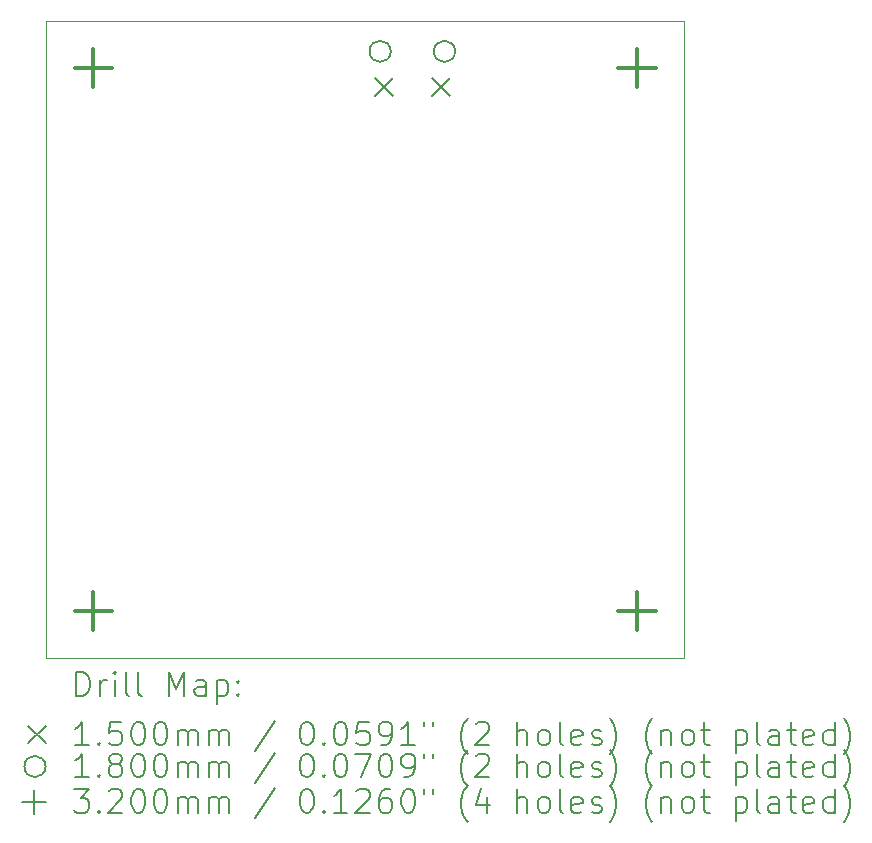
<source format=gbr>
%TF.GenerationSoftware,KiCad,Pcbnew,7.0.8*%
%TF.CreationDate,2023-10-07T15:53:17+09:00*%
%TF.ProjectId,KiCad,4b694361-642e-46b6-9963-61645f706362,rev?*%
%TF.SameCoordinates,PX41cdb40PY67f3540*%
%TF.FileFunction,Drillmap*%
%TF.FilePolarity,Positive*%
%FSLAX45Y45*%
G04 Gerber Fmt 4.5, Leading zero omitted, Abs format (unit mm)*
G04 Created by KiCad (PCBNEW 7.0.8) date 2023-10-07 15:53:17*
%MOMM*%
%LPD*%
G01*
G04 APERTURE LIST*
%ADD10C,0.100000*%
%ADD11C,0.200000*%
%ADD12C,0.150000*%
%ADD13C,0.180000*%
%ADD14C,0.320000*%
G04 APERTURE END LIST*
D10*
X5400000Y5400000D02*
X0Y5400000D01*
X0Y0D02*
X5400000Y0D01*
X0Y5400000D02*
X0Y0D01*
X5400000Y0D02*
X5400000Y5400000D01*
D11*
D12*
X2782500Y4912000D02*
X2932500Y4762000D01*
X2932500Y4912000D02*
X2782500Y4762000D01*
X3267500Y4912000D02*
X3417500Y4762000D01*
X3417500Y4912000D02*
X3267500Y4762000D01*
D13*
X2917500Y5140000D02*
G75*
G03*
X2917500Y5140000I-90000J0D01*
G01*
X3462500Y5140000D02*
G75*
G03*
X3462500Y5140000I-90000J0D01*
G01*
D14*
X400000Y5160000D02*
X400000Y4840000D01*
X240000Y5000000D02*
X560000Y5000000D01*
X400000Y560000D02*
X400000Y240000D01*
X240000Y400000D02*
X560000Y400000D01*
X5000000Y5160000D02*
X5000000Y4840000D01*
X4840000Y5000000D02*
X5160000Y5000000D01*
X5000000Y560000D02*
X5000000Y240000D01*
X4840000Y400000D02*
X5160000Y400000D01*
D11*
X255777Y-316484D02*
X255777Y-116484D01*
X255777Y-116484D02*
X303396Y-116484D01*
X303396Y-116484D02*
X331967Y-126008D01*
X331967Y-126008D02*
X351015Y-145055D01*
X351015Y-145055D02*
X360539Y-164103D01*
X360539Y-164103D02*
X370062Y-202198D01*
X370062Y-202198D02*
X370062Y-230769D01*
X370062Y-230769D02*
X360539Y-268865D01*
X360539Y-268865D02*
X351015Y-287912D01*
X351015Y-287912D02*
X331967Y-306960D01*
X331967Y-306960D02*
X303396Y-316484D01*
X303396Y-316484D02*
X255777Y-316484D01*
X455777Y-316484D02*
X455777Y-183150D01*
X455777Y-221246D02*
X465301Y-202198D01*
X465301Y-202198D02*
X474824Y-192674D01*
X474824Y-192674D02*
X493872Y-183150D01*
X493872Y-183150D02*
X512920Y-183150D01*
X579586Y-316484D02*
X579586Y-183150D01*
X579586Y-116484D02*
X570063Y-126008D01*
X570063Y-126008D02*
X579586Y-135531D01*
X579586Y-135531D02*
X589110Y-126008D01*
X589110Y-126008D02*
X579586Y-116484D01*
X579586Y-116484D02*
X579586Y-135531D01*
X703396Y-316484D02*
X684348Y-306960D01*
X684348Y-306960D02*
X674824Y-287912D01*
X674824Y-287912D02*
X674824Y-116484D01*
X808158Y-316484D02*
X789110Y-306960D01*
X789110Y-306960D02*
X779586Y-287912D01*
X779586Y-287912D02*
X779586Y-116484D01*
X1036729Y-316484D02*
X1036729Y-116484D01*
X1036729Y-116484D02*
X1103396Y-259341D01*
X1103396Y-259341D02*
X1170063Y-116484D01*
X1170063Y-116484D02*
X1170063Y-316484D01*
X1351015Y-316484D02*
X1351015Y-211722D01*
X1351015Y-211722D02*
X1341491Y-192674D01*
X1341491Y-192674D02*
X1322444Y-183150D01*
X1322444Y-183150D02*
X1284348Y-183150D01*
X1284348Y-183150D02*
X1265301Y-192674D01*
X1351015Y-306960D02*
X1331967Y-316484D01*
X1331967Y-316484D02*
X1284348Y-316484D01*
X1284348Y-316484D02*
X1265301Y-306960D01*
X1265301Y-306960D02*
X1255777Y-287912D01*
X1255777Y-287912D02*
X1255777Y-268865D01*
X1255777Y-268865D02*
X1265301Y-249817D01*
X1265301Y-249817D02*
X1284348Y-240293D01*
X1284348Y-240293D02*
X1331967Y-240293D01*
X1331967Y-240293D02*
X1351015Y-230769D01*
X1446253Y-183150D02*
X1446253Y-383150D01*
X1446253Y-192674D02*
X1465301Y-183150D01*
X1465301Y-183150D02*
X1503396Y-183150D01*
X1503396Y-183150D02*
X1522443Y-192674D01*
X1522443Y-192674D02*
X1531967Y-202198D01*
X1531967Y-202198D02*
X1541491Y-221246D01*
X1541491Y-221246D02*
X1541491Y-278389D01*
X1541491Y-278389D02*
X1531967Y-297436D01*
X1531967Y-297436D02*
X1522443Y-306960D01*
X1522443Y-306960D02*
X1503396Y-316484D01*
X1503396Y-316484D02*
X1465301Y-316484D01*
X1465301Y-316484D02*
X1446253Y-306960D01*
X1627205Y-297436D02*
X1636729Y-306960D01*
X1636729Y-306960D02*
X1627205Y-316484D01*
X1627205Y-316484D02*
X1617682Y-306960D01*
X1617682Y-306960D02*
X1627205Y-297436D01*
X1627205Y-297436D02*
X1627205Y-316484D01*
X1627205Y-192674D02*
X1636729Y-202198D01*
X1636729Y-202198D02*
X1627205Y-211722D01*
X1627205Y-211722D02*
X1617682Y-202198D01*
X1617682Y-202198D02*
X1627205Y-192674D01*
X1627205Y-192674D02*
X1627205Y-211722D01*
D12*
X-155000Y-570000D02*
X-5000Y-720000D01*
X-5000Y-570000D02*
X-155000Y-720000D01*
D11*
X360539Y-736484D02*
X246253Y-736484D01*
X303396Y-736484D02*
X303396Y-536484D01*
X303396Y-536484D02*
X284348Y-565055D01*
X284348Y-565055D02*
X265301Y-584103D01*
X265301Y-584103D02*
X246253Y-593627D01*
X446253Y-717436D02*
X455777Y-726960D01*
X455777Y-726960D02*
X446253Y-736484D01*
X446253Y-736484D02*
X436729Y-726960D01*
X436729Y-726960D02*
X446253Y-717436D01*
X446253Y-717436D02*
X446253Y-736484D01*
X636729Y-536484D02*
X541491Y-536484D01*
X541491Y-536484D02*
X531967Y-631722D01*
X531967Y-631722D02*
X541491Y-622198D01*
X541491Y-622198D02*
X560539Y-612674D01*
X560539Y-612674D02*
X608158Y-612674D01*
X608158Y-612674D02*
X627205Y-622198D01*
X627205Y-622198D02*
X636729Y-631722D01*
X636729Y-631722D02*
X646253Y-650770D01*
X646253Y-650770D02*
X646253Y-698389D01*
X646253Y-698389D02*
X636729Y-717436D01*
X636729Y-717436D02*
X627205Y-726960D01*
X627205Y-726960D02*
X608158Y-736484D01*
X608158Y-736484D02*
X560539Y-736484D01*
X560539Y-736484D02*
X541491Y-726960D01*
X541491Y-726960D02*
X531967Y-717436D01*
X770062Y-536484D02*
X789110Y-536484D01*
X789110Y-536484D02*
X808158Y-546008D01*
X808158Y-546008D02*
X817682Y-555531D01*
X817682Y-555531D02*
X827205Y-574579D01*
X827205Y-574579D02*
X836729Y-612674D01*
X836729Y-612674D02*
X836729Y-660293D01*
X836729Y-660293D02*
X827205Y-698389D01*
X827205Y-698389D02*
X817682Y-717436D01*
X817682Y-717436D02*
X808158Y-726960D01*
X808158Y-726960D02*
X789110Y-736484D01*
X789110Y-736484D02*
X770062Y-736484D01*
X770062Y-736484D02*
X751015Y-726960D01*
X751015Y-726960D02*
X741491Y-717436D01*
X741491Y-717436D02*
X731967Y-698389D01*
X731967Y-698389D02*
X722443Y-660293D01*
X722443Y-660293D02*
X722443Y-612674D01*
X722443Y-612674D02*
X731967Y-574579D01*
X731967Y-574579D02*
X741491Y-555531D01*
X741491Y-555531D02*
X751015Y-546008D01*
X751015Y-546008D02*
X770062Y-536484D01*
X960539Y-536484D02*
X979586Y-536484D01*
X979586Y-536484D02*
X998634Y-546008D01*
X998634Y-546008D02*
X1008158Y-555531D01*
X1008158Y-555531D02*
X1017682Y-574579D01*
X1017682Y-574579D02*
X1027205Y-612674D01*
X1027205Y-612674D02*
X1027205Y-660293D01*
X1027205Y-660293D02*
X1017682Y-698389D01*
X1017682Y-698389D02*
X1008158Y-717436D01*
X1008158Y-717436D02*
X998634Y-726960D01*
X998634Y-726960D02*
X979586Y-736484D01*
X979586Y-736484D02*
X960539Y-736484D01*
X960539Y-736484D02*
X941491Y-726960D01*
X941491Y-726960D02*
X931967Y-717436D01*
X931967Y-717436D02*
X922443Y-698389D01*
X922443Y-698389D02*
X912920Y-660293D01*
X912920Y-660293D02*
X912920Y-612674D01*
X912920Y-612674D02*
X922443Y-574579D01*
X922443Y-574579D02*
X931967Y-555531D01*
X931967Y-555531D02*
X941491Y-546008D01*
X941491Y-546008D02*
X960539Y-536484D01*
X1112920Y-736484D02*
X1112920Y-603150D01*
X1112920Y-622198D02*
X1122444Y-612674D01*
X1122444Y-612674D02*
X1141491Y-603150D01*
X1141491Y-603150D02*
X1170063Y-603150D01*
X1170063Y-603150D02*
X1189110Y-612674D01*
X1189110Y-612674D02*
X1198634Y-631722D01*
X1198634Y-631722D02*
X1198634Y-736484D01*
X1198634Y-631722D02*
X1208158Y-612674D01*
X1208158Y-612674D02*
X1227205Y-603150D01*
X1227205Y-603150D02*
X1255777Y-603150D01*
X1255777Y-603150D02*
X1274825Y-612674D01*
X1274825Y-612674D02*
X1284348Y-631722D01*
X1284348Y-631722D02*
X1284348Y-736484D01*
X1379586Y-736484D02*
X1379586Y-603150D01*
X1379586Y-622198D02*
X1389110Y-612674D01*
X1389110Y-612674D02*
X1408158Y-603150D01*
X1408158Y-603150D02*
X1436729Y-603150D01*
X1436729Y-603150D02*
X1455777Y-612674D01*
X1455777Y-612674D02*
X1465301Y-631722D01*
X1465301Y-631722D02*
X1465301Y-736484D01*
X1465301Y-631722D02*
X1474824Y-612674D01*
X1474824Y-612674D02*
X1493872Y-603150D01*
X1493872Y-603150D02*
X1522443Y-603150D01*
X1522443Y-603150D02*
X1541491Y-612674D01*
X1541491Y-612674D02*
X1551015Y-631722D01*
X1551015Y-631722D02*
X1551015Y-736484D01*
X1941491Y-526960D02*
X1770063Y-784103D01*
X2198634Y-536484D02*
X2217682Y-536484D01*
X2217682Y-536484D02*
X2236729Y-546008D01*
X2236729Y-546008D02*
X2246253Y-555531D01*
X2246253Y-555531D02*
X2255777Y-574579D01*
X2255777Y-574579D02*
X2265301Y-612674D01*
X2265301Y-612674D02*
X2265301Y-660293D01*
X2265301Y-660293D02*
X2255777Y-698389D01*
X2255777Y-698389D02*
X2246253Y-717436D01*
X2246253Y-717436D02*
X2236729Y-726960D01*
X2236729Y-726960D02*
X2217682Y-736484D01*
X2217682Y-736484D02*
X2198634Y-736484D01*
X2198634Y-736484D02*
X2179587Y-726960D01*
X2179587Y-726960D02*
X2170063Y-717436D01*
X2170063Y-717436D02*
X2160539Y-698389D01*
X2160539Y-698389D02*
X2151015Y-660293D01*
X2151015Y-660293D02*
X2151015Y-612674D01*
X2151015Y-612674D02*
X2160539Y-574579D01*
X2160539Y-574579D02*
X2170063Y-555531D01*
X2170063Y-555531D02*
X2179587Y-546008D01*
X2179587Y-546008D02*
X2198634Y-536484D01*
X2351015Y-717436D02*
X2360539Y-726960D01*
X2360539Y-726960D02*
X2351015Y-736484D01*
X2351015Y-736484D02*
X2341491Y-726960D01*
X2341491Y-726960D02*
X2351015Y-717436D01*
X2351015Y-717436D02*
X2351015Y-736484D01*
X2484348Y-536484D02*
X2503396Y-536484D01*
X2503396Y-536484D02*
X2522444Y-546008D01*
X2522444Y-546008D02*
X2531968Y-555531D01*
X2531968Y-555531D02*
X2541491Y-574579D01*
X2541491Y-574579D02*
X2551015Y-612674D01*
X2551015Y-612674D02*
X2551015Y-660293D01*
X2551015Y-660293D02*
X2541491Y-698389D01*
X2541491Y-698389D02*
X2531968Y-717436D01*
X2531968Y-717436D02*
X2522444Y-726960D01*
X2522444Y-726960D02*
X2503396Y-736484D01*
X2503396Y-736484D02*
X2484348Y-736484D01*
X2484348Y-736484D02*
X2465301Y-726960D01*
X2465301Y-726960D02*
X2455777Y-717436D01*
X2455777Y-717436D02*
X2446253Y-698389D01*
X2446253Y-698389D02*
X2436729Y-660293D01*
X2436729Y-660293D02*
X2436729Y-612674D01*
X2436729Y-612674D02*
X2446253Y-574579D01*
X2446253Y-574579D02*
X2455777Y-555531D01*
X2455777Y-555531D02*
X2465301Y-546008D01*
X2465301Y-546008D02*
X2484348Y-536484D01*
X2731968Y-536484D02*
X2636729Y-536484D01*
X2636729Y-536484D02*
X2627206Y-631722D01*
X2627206Y-631722D02*
X2636729Y-622198D01*
X2636729Y-622198D02*
X2655777Y-612674D01*
X2655777Y-612674D02*
X2703396Y-612674D01*
X2703396Y-612674D02*
X2722444Y-622198D01*
X2722444Y-622198D02*
X2731968Y-631722D01*
X2731968Y-631722D02*
X2741491Y-650770D01*
X2741491Y-650770D02*
X2741491Y-698389D01*
X2741491Y-698389D02*
X2731968Y-717436D01*
X2731968Y-717436D02*
X2722444Y-726960D01*
X2722444Y-726960D02*
X2703396Y-736484D01*
X2703396Y-736484D02*
X2655777Y-736484D01*
X2655777Y-736484D02*
X2636729Y-726960D01*
X2636729Y-726960D02*
X2627206Y-717436D01*
X2836729Y-736484D02*
X2874825Y-736484D01*
X2874825Y-736484D02*
X2893872Y-726960D01*
X2893872Y-726960D02*
X2903396Y-717436D01*
X2903396Y-717436D02*
X2922444Y-688865D01*
X2922444Y-688865D02*
X2931967Y-650770D01*
X2931967Y-650770D02*
X2931967Y-574579D01*
X2931967Y-574579D02*
X2922444Y-555531D01*
X2922444Y-555531D02*
X2912920Y-546008D01*
X2912920Y-546008D02*
X2893872Y-536484D01*
X2893872Y-536484D02*
X2855777Y-536484D01*
X2855777Y-536484D02*
X2836729Y-546008D01*
X2836729Y-546008D02*
X2827206Y-555531D01*
X2827206Y-555531D02*
X2817682Y-574579D01*
X2817682Y-574579D02*
X2817682Y-622198D01*
X2817682Y-622198D02*
X2827206Y-641246D01*
X2827206Y-641246D02*
X2836729Y-650770D01*
X2836729Y-650770D02*
X2855777Y-660293D01*
X2855777Y-660293D02*
X2893872Y-660293D01*
X2893872Y-660293D02*
X2912920Y-650770D01*
X2912920Y-650770D02*
X2922444Y-641246D01*
X2922444Y-641246D02*
X2931967Y-622198D01*
X3122444Y-736484D02*
X3008158Y-736484D01*
X3065301Y-736484D02*
X3065301Y-536484D01*
X3065301Y-536484D02*
X3046253Y-565055D01*
X3046253Y-565055D02*
X3027206Y-584103D01*
X3027206Y-584103D02*
X3008158Y-593627D01*
X3198634Y-536484D02*
X3198634Y-574579D01*
X3274825Y-536484D02*
X3274825Y-574579D01*
X3570063Y-812674D02*
X3560539Y-803150D01*
X3560539Y-803150D02*
X3541491Y-774579D01*
X3541491Y-774579D02*
X3531968Y-755531D01*
X3531968Y-755531D02*
X3522444Y-726960D01*
X3522444Y-726960D02*
X3512920Y-679341D01*
X3512920Y-679341D02*
X3512920Y-641246D01*
X3512920Y-641246D02*
X3522444Y-593627D01*
X3522444Y-593627D02*
X3531968Y-565055D01*
X3531968Y-565055D02*
X3541491Y-546008D01*
X3541491Y-546008D02*
X3560539Y-517436D01*
X3560539Y-517436D02*
X3570063Y-507912D01*
X3636729Y-555531D02*
X3646253Y-546008D01*
X3646253Y-546008D02*
X3665301Y-536484D01*
X3665301Y-536484D02*
X3712920Y-536484D01*
X3712920Y-536484D02*
X3731968Y-546008D01*
X3731968Y-546008D02*
X3741491Y-555531D01*
X3741491Y-555531D02*
X3751015Y-574579D01*
X3751015Y-574579D02*
X3751015Y-593627D01*
X3751015Y-593627D02*
X3741491Y-622198D01*
X3741491Y-622198D02*
X3627206Y-736484D01*
X3627206Y-736484D02*
X3751015Y-736484D01*
X3989110Y-736484D02*
X3989110Y-536484D01*
X4074825Y-736484D02*
X4074825Y-631722D01*
X4074825Y-631722D02*
X4065301Y-612674D01*
X4065301Y-612674D02*
X4046253Y-603150D01*
X4046253Y-603150D02*
X4017682Y-603150D01*
X4017682Y-603150D02*
X3998634Y-612674D01*
X3998634Y-612674D02*
X3989110Y-622198D01*
X4198634Y-736484D02*
X4179587Y-726960D01*
X4179587Y-726960D02*
X4170063Y-717436D01*
X4170063Y-717436D02*
X4160539Y-698389D01*
X4160539Y-698389D02*
X4160539Y-641246D01*
X4160539Y-641246D02*
X4170063Y-622198D01*
X4170063Y-622198D02*
X4179587Y-612674D01*
X4179587Y-612674D02*
X4198634Y-603150D01*
X4198634Y-603150D02*
X4227206Y-603150D01*
X4227206Y-603150D02*
X4246253Y-612674D01*
X4246253Y-612674D02*
X4255777Y-622198D01*
X4255777Y-622198D02*
X4265301Y-641246D01*
X4265301Y-641246D02*
X4265301Y-698389D01*
X4265301Y-698389D02*
X4255777Y-717436D01*
X4255777Y-717436D02*
X4246253Y-726960D01*
X4246253Y-726960D02*
X4227206Y-736484D01*
X4227206Y-736484D02*
X4198634Y-736484D01*
X4379587Y-736484D02*
X4360539Y-726960D01*
X4360539Y-726960D02*
X4351015Y-707912D01*
X4351015Y-707912D02*
X4351015Y-536484D01*
X4531968Y-726960D02*
X4512920Y-736484D01*
X4512920Y-736484D02*
X4474825Y-736484D01*
X4474825Y-736484D02*
X4455777Y-726960D01*
X4455777Y-726960D02*
X4446253Y-707912D01*
X4446253Y-707912D02*
X4446253Y-631722D01*
X4446253Y-631722D02*
X4455777Y-612674D01*
X4455777Y-612674D02*
X4474825Y-603150D01*
X4474825Y-603150D02*
X4512920Y-603150D01*
X4512920Y-603150D02*
X4531968Y-612674D01*
X4531968Y-612674D02*
X4541492Y-631722D01*
X4541492Y-631722D02*
X4541492Y-650770D01*
X4541492Y-650770D02*
X4446253Y-669817D01*
X4617682Y-726960D02*
X4636730Y-736484D01*
X4636730Y-736484D02*
X4674825Y-736484D01*
X4674825Y-736484D02*
X4693873Y-726960D01*
X4693873Y-726960D02*
X4703396Y-707912D01*
X4703396Y-707912D02*
X4703396Y-698389D01*
X4703396Y-698389D02*
X4693873Y-679341D01*
X4693873Y-679341D02*
X4674825Y-669817D01*
X4674825Y-669817D02*
X4646253Y-669817D01*
X4646253Y-669817D02*
X4627206Y-660293D01*
X4627206Y-660293D02*
X4617682Y-641246D01*
X4617682Y-641246D02*
X4617682Y-631722D01*
X4617682Y-631722D02*
X4627206Y-612674D01*
X4627206Y-612674D02*
X4646253Y-603150D01*
X4646253Y-603150D02*
X4674825Y-603150D01*
X4674825Y-603150D02*
X4693873Y-612674D01*
X4770063Y-812674D02*
X4779587Y-803150D01*
X4779587Y-803150D02*
X4798634Y-774579D01*
X4798634Y-774579D02*
X4808158Y-755531D01*
X4808158Y-755531D02*
X4817682Y-726960D01*
X4817682Y-726960D02*
X4827206Y-679341D01*
X4827206Y-679341D02*
X4827206Y-641246D01*
X4827206Y-641246D02*
X4817682Y-593627D01*
X4817682Y-593627D02*
X4808158Y-565055D01*
X4808158Y-565055D02*
X4798634Y-546008D01*
X4798634Y-546008D02*
X4779587Y-517436D01*
X4779587Y-517436D02*
X4770063Y-507912D01*
X5131968Y-812674D02*
X5122444Y-803150D01*
X5122444Y-803150D02*
X5103396Y-774579D01*
X5103396Y-774579D02*
X5093873Y-755531D01*
X5093873Y-755531D02*
X5084349Y-726960D01*
X5084349Y-726960D02*
X5074825Y-679341D01*
X5074825Y-679341D02*
X5074825Y-641246D01*
X5074825Y-641246D02*
X5084349Y-593627D01*
X5084349Y-593627D02*
X5093873Y-565055D01*
X5093873Y-565055D02*
X5103396Y-546008D01*
X5103396Y-546008D02*
X5122444Y-517436D01*
X5122444Y-517436D02*
X5131968Y-507912D01*
X5208158Y-603150D02*
X5208158Y-736484D01*
X5208158Y-622198D02*
X5217682Y-612674D01*
X5217682Y-612674D02*
X5236730Y-603150D01*
X5236730Y-603150D02*
X5265301Y-603150D01*
X5265301Y-603150D02*
X5284349Y-612674D01*
X5284349Y-612674D02*
X5293873Y-631722D01*
X5293873Y-631722D02*
X5293873Y-736484D01*
X5417682Y-736484D02*
X5398634Y-726960D01*
X5398634Y-726960D02*
X5389111Y-717436D01*
X5389111Y-717436D02*
X5379587Y-698389D01*
X5379587Y-698389D02*
X5379587Y-641246D01*
X5379587Y-641246D02*
X5389111Y-622198D01*
X5389111Y-622198D02*
X5398634Y-612674D01*
X5398634Y-612674D02*
X5417682Y-603150D01*
X5417682Y-603150D02*
X5446254Y-603150D01*
X5446254Y-603150D02*
X5465301Y-612674D01*
X5465301Y-612674D02*
X5474825Y-622198D01*
X5474825Y-622198D02*
X5484349Y-641246D01*
X5484349Y-641246D02*
X5484349Y-698389D01*
X5484349Y-698389D02*
X5474825Y-717436D01*
X5474825Y-717436D02*
X5465301Y-726960D01*
X5465301Y-726960D02*
X5446254Y-736484D01*
X5446254Y-736484D02*
X5417682Y-736484D01*
X5541492Y-603150D02*
X5617682Y-603150D01*
X5570063Y-536484D02*
X5570063Y-707912D01*
X5570063Y-707912D02*
X5579587Y-726960D01*
X5579587Y-726960D02*
X5598634Y-736484D01*
X5598634Y-736484D02*
X5617682Y-736484D01*
X5836730Y-603150D02*
X5836730Y-803150D01*
X5836730Y-612674D02*
X5855777Y-603150D01*
X5855777Y-603150D02*
X5893873Y-603150D01*
X5893873Y-603150D02*
X5912920Y-612674D01*
X5912920Y-612674D02*
X5922444Y-622198D01*
X5922444Y-622198D02*
X5931968Y-641246D01*
X5931968Y-641246D02*
X5931968Y-698389D01*
X5931968Y-698389D02*
X5922444Y-717436D01*
X5922444Y-717436D02*
X5912920Y-726960D01*
X5912920Y-726960D02*
X5893873Y-736484D01*
X5893873Y-736484D02*
X5855777Y-736484D01*
X5855777Y-736484D02*
X5836730Y-726960D01*
X6046253Y-736484D02*
X6027206Y-726960D01*
X6027206Y-726960D02*
X6017682Y-707912D01*
X6017682Y-707912D02*
X6017682Y-536484D01*
X6208158Y-736484D02*
X6208158Y-631722D01*
X6208158Y-631722D02*
X6198634Y-612674D01*
X6198634Y-612674D02*
X6179587Y-603150D01*
X6179587Y-603150D02*
X6141492Y-603150D01*
X6141492Y-603150D02*
X6122444Y-612674D01*
X6208158Y-726960D02*
X6189111Y-736484D01*
X6189111Y-736484D02*
X6141492Y-736484D01*
X6141492Y-736484D02*
X6122444Y-726960D01*
X6122444Y-726960D02*
X6112920Y-707912D01*
X6112920Y-707912D02*
X6112920Y-688865D01*
X6112920Y-688865D02*
X6122444Y-669817D01*
X6122444Y-669817D02*
X6141492Y-660293D01*
X6141492Y-660293D02*
X6189111Y-660293D01*
X6189111Y-660293D02*
X6208158Y-650770D01*
X6274825Y-603150D02*
X6351015Y-603150D01*
X6303396Y-536484D02*
X6303396Y-707912D01*
X6303396Y-707912D02*
X6312920Y-726960D01*
X6312920Y-726960D02*
X6331968Y-736484D01*
X6331968Y-736484D02*
X6351015Y-736484D01*
X6493873Y-726960D02*
X6474825Y-736484D01*
X6474825Y-736484D02*
X6436730Y-736484D01*
X6436730Y-736484D02*
X6417682Y-726960D01*
X6417682Y-726960D02*
X6408158Y-707912D01*
X6408158Y-707912D02*
X6408158Y-631722D01*
X6408158Y-631722D02*
X6417682Y-612674D01*
X6417682Y-612674D02*
X6436730Y-603150D01*
X6436730Y-603150D02*
X6474825Y-603150D01*
X6474825Y-603150D02*
X6493873Y-612674D01*
X6493873Y-612674D02*
X6503396Y-631722D01*
X6503396Y-631722D02*
X6503396Y-650770D01*
X6503396Y-650770D02*
X6408158Y-669817D01*
X6674825Y-736484D02*
X6674825Y-536484D01*
X6674825Y-726960D02*
X6655777Y-736484D01*
X6655777Y-736484D02*
X6617682Y-736484D01*
X6617682Y-736484D02*
X6598634Y-726960D01*
X6598634Y-726960D02*
X6589111Y-717436D01*
X6589111Y-717436D02*
X6579587Y-698389D01*
X6579587Y-698389D02*
X6579587Y-641246D01*
X6579587Y-641246D02*
X6589111Y-622198D01*
X6589111Y-622198D02*
X6598634Y-612674D01*
X6598634Y-612674D02*
X6617682Y-603150D01*
X6617682Y-603150D02*
X6655777Y-603150D01*
X6655777Y-603150D02*
X6674825Y-612674D01*
X6751015Y-812674D02*
X6760539Y-803150D01*
X6760539Y-803150D02*
X6779587Y-774579D01*
X6779587Y-774579D02*
X6789111Y-755531D01*
X6789111Y-755531D02*
X6798634Y-726960D01*
X6798634Y-726960D02*
X6808158Y-679341D01*
X6808158Y-679341D02*
X6808158Y-641246D01*
X6808158Y-641246D02*
X6798634Y-593627D01*
X6798634Y-593627D02*
X6789111Y-565055D01*
X6789111Y-565055D02*
X6779587Y-546008D01*
X6779587Y-546008D02*
X6760539Y-517436D01*
X6760539Y-517436D02*
X6751015Y-507912D01*
D13*
X-5000Y-915000D02*
G75*
G03*
X-5000Y-915000I-90000J0D01*
G01*
D11*
X360539Y-1006484D02*
X246253Y-1006484D01*
X303396Y-1006484D02*
X303396Y-806484D01*
X303396Y-806484D02*
X284348Y-835055D01*
X284348Y-835055D02*
X265301Y-854103D01*
X265301Y-854103D02*
X246253Y-863627D01*
X446253Y-987436D02*
X455777Y-996960D01*
X455777Y-996960D02*
X446253Y-1006484D01*
X446253Y-1006484D02*
X436729Y-996960D01*
X436729Y-996960D02*
X446253Y-987436D01*
X446253Y-987436D02*
X446253Y-1006484D01*
X570063Y-892198D02*
X551015Y-882674D01*
X551015Y-882674D02*
X541491Y-873150D01*
X541491Y-873150D02*
X531967Y-854103D01*
X531967Y-854103D02*
X531967Y-844579D01*
X531967Y-844579D02*
X541491Y-825531D01*
X541491Y-825531D02*
X551015Y-816008D01*
X551015Y-816008D02*
X570063Y-806484D01*
X570063Y-806484D02*
X608158Y-806484D01*
X608158Y-806484D02*
X627205Y-816008D01*
X627205Y-816008D02*
X636729Y-825531D01*
X636729Y-825531D02*
X646253Y-844579D01*
X646253Y-844579D02*
X646253Y-854103D01*
X646253Y-854103D02*
X636729Y-873150D01*
X636729Y-873150D02*
X627205Y-882674D01*
X627205Y-882674D02*
X608158Y-892198D01*
X608158Y-892198D02*
X570063Y-892198D01*
X570063Y-892198D02*
X551015Y-901722D01*
X551015Y-901722D02*
X541491Y-911246D01*
X541491Y-911246D02*
X531967Y-930293D01*
X531967Y-930293D02*
X531967Y-968388D01*
X531967Y-968388D02*
X541491Y-987436D01*
X541491Y-987436D02*
X551015Y-996960D01*
X551015Y-996960D02*
X570063Y-1006484D01*
X570063Y-1006484D02*
X608158Y-1006484D01*
X608158Y-1006484D02*
X627205Y-996960D01*
X627205Y-996960D02*
X636729Y-987436D01*
X636729Y-987436D02*
X646253Y-968388D01*
X646253Y-968388D02*
X646253Y-930293D01*
X646253Y-930293D02*
X636729Y-911246D01*
X636729Y-911246D02*
X627205Y-901722D01*
X627205Y-901722D02*
X608158Y-892198D01*
X770062Y-806484D02*
X789110Y-806484D01*
X789110Y-806484D02*
X808158Y-816008D01*
X808158Y-816008D02*
X817682Y-825531D01*
X817682Y-825531D02*
X827205Y-844579D01*
X827205Y-844579D02*
X836729Y-882674D01*
X836729Y-882674D02*
X836729Y-930293D01*
X836729Y-930293D02*
X827205Y-968388D01*
X827205Y-968388D02*
X817682Y-987436D01*
X817682Y-987436D02*
X808158Y-996960D01*
X808158Y-996960D02*
X789110Y-1006484D01*
X789110Y-1006484D02*
X770062Y-1006484D01*
X770062Y-1006484D02*
X751015Y-996960D01*
X751015Y-996960D02*
X741491Y-987436D01*
X741491Y-987436D02*
X731967Y-968388D01*
X731967Y-968388D02*
X722443Y-930293D01*
X722443Y-930293D02*
X722443Y-882674D01*
X722443Y-882674D02*
X731967Y-844579D01*
X731967Y-844579D02*
X741491Y-825531D01*
X741491Y-825531D02*
X751015Y-816008D01*
X751015Y-816008D02*
X770062Y-806484D01*
X960539Y-806484D02*
X979586Y-806484D01*
X979586Y-806484D02*
X998634Y-816008D01*
X998634Y-816008D02*
X1008158Y-825531D01*
X1008158Y-825531D02*
X1017682Y-844579D01*
X1017682Y-844579D02*
X1027205Y-882674D01*
X1027205Y-882674D02*
X1027205Y-930293D01*
X1027205Y-930293D02*
X1017682Y-968388D01*
X1017682Y-968388D02*
X1008158Y-987436D01*
X1008158Y-987436D02*
X998634Y-996960D01*
X998634Y-996960D02*
X979586Y-1006484D01*
X979586Y-1006484D02*
X960539Y-1006484D01*
X960539Y-1006484D02*
X941491Y-996960D01*
X941491Y-996960D02*
X931967Y-987436D01*
X931967Y-987436D02*
X922443Y-968388D01*
X922443Y-968388D02*
X912920Y-930293D01*
X912920Y-930293D02*
X912920Y-882674D01*
X912920Y-882674D02*
X922443Y-844579D01*
X922443Y-844579D02*
X931967Y-825531D01*
X931967Y-825531D02*
X941491Y-816008D01*
X941491Y-816008D02*
X960539Y-806484D01*
X1112920Y-1006484D02*
X1112920Y-873150D01*
X1112920Y-892198D02*
X1122444Y-882674D01*
X1122444Y-882674D02*
X1141491Y-873150D01*
X1141491Y-873150D02*
X1170063Y-873150D01*
X1170063Y-873150D02*
X1189110Y-882674D01*
X1189110Y-882674D02*
X1198634Y-901722D01*
X1198634Y-901722D02*
X1198634Y-1006484D01*
X1198634Y-901722D02*
X1208158Y-882674D01*
X1208158Y-882674D02*
X1227205Y-873150D01*
X1227205Y-873150D02*
X1255777Y-873150D01*
X1255777Y-873150D02*
X1274825Y-882674D01*
X1274825Y-882674D02*
X1284348Y-901722D01*
X1284348Y-901722D02*
X1284348Y-1006484D01*
X1379586Y-1006484D02*
X1379586Y-873150D01*
X1379586Y-892198D02*
X1389110Y-882674D01*
X1389110Y-882674D02*
X1408158Y-873150D01*
X1408158Y-873150D02*
X1436729Y-873150D01*
X1436729Y-873150D02*
X1455777Y-882674D01*
X1455777Y-882674D02*
X1465301Y-901722D01*
X1465301Y-901722D02*
X1465301Y-1006484D01*
X1465301Y-901722D02*
X1474824Y-882674D01*
X1474824Y-882674D02*
X1493872Y-873150D01*
X1493872Y-873150D02*
X1522443Y-873150D01*
X1522443Y-873150D02*
X1541491Y-882674D01*
X1541491Y-882674D02*
X1551015Y-901722D01*
X1551015Y-901722D02*
X1551015Y-1006484D01*
X1941491Y-796960D02*
X1770063Y-1054103D01*
X2198634Y-806484D02*
X2217682Y-806484D01*
X2217682Y-806484D02*
X2236729Y-816008D01*
X2236729Y-816008D02*
X2246253Y-825531D01*
X2246253Y-825531D02*
X2255777Y-844579D01*
X2255777Y-844579D02*
X2265301Y-882674D01*
X2265301Y-882674D02*
X2265301Y-930293D01*
X2265301Y-930293D02*
X2255777Y-968388D01*
X2255777Y-968388D02*
X2246253Y-987436D01*
X2246253Y-987436D02*
X2236729Y-996960D01*
X2236729Y-996960D02*
X2217682Y-1006484D01*
X2217682Y-1006484D02*
X2198634Y-1006484D01*
X2198634Y-1006484D02*
X2179587Y-996960D01*
X2179587Y-996960D02*
X2170063Y-987436D01*
X2170063Y-987436D02*
X2160539Y-968388D01*
X2160539Y-968388D02*
X2151015Y-930293D01*
X2151015Y-930293D02*
X2151015Y-882674D01*
X2151015Y-882674D02*
X2160539Y-844579D01*
X2160539Y-844579D02*
X2170063Y-825531D01*
X2170063Y-825531D02*
X2179587Y-816008D01*
X2179587Y-816008D02*
X2198634Y-806484D01*
X2351015Y-987436D02*
X2360539Y-996960D01*
X2360539Y-996960D02*
X2351015Y-1006484D01*
X2351015Y-1006484D02*
X2341491Y-996960D01*
X2341491Y-996960D02*
X2351015Y-987436D01*
X2351015Y-987436D02*
X2351015Y-1006484D01*
X2484348Y-806484D02*
X2503396Y-806484D01*
X2503396Y-806484D02*
X2522444Y-816008D01*
X2522444Y-816008D02*
X2531968Y-825531D01*
X2531968Y-825531D02*
X2541491Y-844579D01*
X2541491Y-844579D02*
X2551015Y-882674D01*
X2551015Y-882674D02*
X2551015Y-930293D01*
X2551015Y-930293D02*
X2541491Y-968388D01*
X2541491Y-968388D02*
X2531968Y-987436D01*
X2531968Y-987436D02*
X2522444Y-996960D01*
X2522444Y-996960D02*
X2503396Y-1006484D01*
X2503396Y-1006484D02*
X2484348Y-1006484D01*
X2484348Y-1006484D02*
X2465301Y-996960D01*
X2465301Y-996960D02*
X2455777Y-987436D01*
X2455777Y-987436D02*
X2446253Y-968388D01*
X2446253Y-968388D02*
X2436729Y-930293D01*
X2436729Y-930293D02*
X2436729Y-882674D01*
X2436729Y-882674D02*
X2446253Y-844579D01*
X2446253Y-844579D02*
X2455777Y-825531D01*
X2455777Y-825531D02*
X2465301Y-816008D01*
X2465301Y-816008D02*
X2484348Y-806484D01*
X2617682Y-806484D02*
X2751015Y-806484D01*
X2751015Y-806484D02*
X2665301Y-1006484D01*
X2865301Y-806484D02*
X2884348Y-806484D01*
X2884348Y-806484D02*
X2903396Y-816008D01*
X2903396Y-816008D02*
X2912920Y-825531D01*
X2912920Y-825531D02*
X2922444Y-844579D01*
X2922444Y-844579D02*
X2931967Y-882674D01*
X2931967Y-882674D02*
X2931967Y-930293D01*
X2931967Y-930293D02*
X2922444Y-968388D01*
X2922444Y-968388D02*
X2912920Y-987436D01*
X2912920Y-987436D02*
X2903396Y-996960D01*
X2903396Y-996960D02*
X2884348Y-1006484D01*
X2884348Y-1006484D02*
X2865301Y-1006484D01*
X2865301Y-1006484D02*
X2846253Y-996960D01*
X2846253Y-996960D02*
X2836729Y-987436D01*
X2836729Y-987436D02*
X2827206Y-968388D01*
X2827206Y-968388D02*
X2817682Y-930293D01*
X2817682Y-930293D02*
X2817682Y-882674D01*
X2817682Y-882674D02*
X2827206Y-844579D01*
X2827206Y-844579D02*
X2836729Y-825531D01*
X2836729Y-825531D02*
X2846253Y-816008D01*
X2846253Y-816008D02*
X2865301Y-806484D01*
X3027206Y-1006484D02*
X3065301Y-1006484D01*
X3065301Y-1006484D02*
X3084348Y-996960D01*
X3084348Y-996960D02*
X3093872Y-987436D01*
X3093872Y-987436D02*
X3112920Y-958865D01*
X3112920Y-958865D02*
X3122444Y-920769D01*
X3122444Y-920769D02*
X3122444Y-844579D01*
X3122444Y-844579D02*
X3112920Y-825531D01*
X3112920Y-825531D02*
X3103396Y-816008D01*
X3103396Y-816008D02*
X3084348Y-806484D01*
X3084348Y-806484D02*
X3046253Y-806484D01*
X3046253Y-806484D02*
X3027206Y-816008D01*
X3027206Y-816008D02*
X3017682Y-825531D01*
X3017682Y-825531D02*
X3008158Y-844579D01*
X3008158Y-844579D02*
X3008158Y-892198D01*
X3008158Y-892198D02*
X3017682Y-911246D01*
X3017682Y-911246D02*
X3027206Y-920769D01*
X3027206Y-920769D02*
X3046253Y-930293D01*
X3046253Y-930293D02*
X3084348Y-930293D01*
X3084348Y-930293D02*
X3103396Y-920769D01*
X3103396Y-920769D02*
X3112920Y-911246D01*
X3112920Y-911246D02*
X3122444Y-892198D01*
X3198634Y-806484D02*
X3198634Y-844579D01*
X3274825Y-806484D02*
X3274825Y-844579D01*
X3570063Y-1082674D02*
X3560539Y-1073150D01*
X3560539Y-1073150D02*
X3541491Y-1044579D01*
X3541491Y-1044579D02*
X3531968Y-1025531D01*
X3531968Y-1025531D02*
X3522444Y-996960D01*
X3522444Y-996960D02*
X3512920Y-949341D01*
X3512920Y-949341D02*
X3512920Y-911246D01*
X3512920Y-911246D02*
X3522444Y-863627D01*
X3522444Y-863627D02*
X3531968Y-835055D01*
X3531968Y-835055D02*
X3541491Y-816008D01*
X3541491Y-816008D02*
X3560539Y-787436D01*
X3560539Y-787436D02*
X3570063Y-777912D01*
X3636729Y-825531D02*
X3646253Y-816008D01*
X3646253Y-816008D02*
X3665301Y-806484D01*
X3665301Y-806484D02*
X3712920Y-806484D01*
X3712920Y-806484D02*
X3731968Y-816008D01*
X3731968Y-816008D02*
X3741491Y-825531D01*
X3741491Y-825531D02*
X3751015Y-844579D01*
X3751015Y-844579D02*
X3751015Y-863627D01*
X3751015Y-863627D02*
X3741491Y-892198D01*
X3741491Y-892198D02*
X3627206Y-1006484D01*
X3627206Y-1006484D02*
X3751015Y-1006484D01*
X3989110Y-1006484D02*
X3989110Y-806484D01*
X4074825Y-1006484D02*
X4074825Y-901722D01*
X4074825Y-901722D02*
X4065301Y-882674D01*
X4065301Y-882674D02*
X4046253Y-873150D01*
X4046253Y-873150D02*
X4017682Y-873150D01*
X4017682Y-873150D02*
X3998634Y-882674D01*
X3998634Y-882674D02*
X3989110Y-892198D01*
X4198634Y-1006484D02*
X4179587Y-996960D01*
X4179587Y-996960D02*
X4170063Y-987436D01*
X4170063Y-987436D02*
X4160539Y-968388D01*
X4160539Y-968388D02*
X4160539Y-911246D01*
X4160539Y-911246D02*
X4170063Y-892198D01*
X4170063Y-892198D02*
X4179587Y-882674D01*
X4179587Y-882674D02*
X4198634Y-873150D01*
X4198634Y-873150D02*
X4227206Y-873150D01*
X4227206Y-873150D02*
X4246253Y-882674D01*
X4246253Y-882674D02*
X4255777Y-892198D01*
X4255777Y-892198D02*
X4265301Y-911246D01*
X4265301Y-911246D02*
X4265301Y-968388D01*
X4265301Y-968388D02*
X4255777Y-987436D01*
X4255777Y-987436D02*
X4246253Y-996960D01*
X4246253Y-996960D02*
X4227206Y-1006484D01*
X4227206Y-1006484D02*
X4198634Y-1006484D01*
X4379587Y-1006484D02*
X4360539Y-996960D01*
X4360539Y-996960D02*
X4351015Y-977912D01*
X4351015Y-977912D02*
X4351015Y-806484D01*
X4531968Y-996960D02*
X4512920Y-1006484D01*
X4512920Y-1006484D02*
X4474825Y-1006484D01*
X4474825Y-1006484D02*
X4455777Y-996960D01*
X4455777Y-996960D02*
X4446253Y-977912D01*
X4446253Y-977912D02*
X4446253Y-901722D01*
X4446253Y-901722D02*
X4455777Y-882674D01*
X4455777Y-882674D02*
X4474825Y-873150D01*
X4474825Y-873150D02*
X4512920Y-873150D01*
X4512920Y-873150D02*
X4531968Y-882674D01*
X4531968Y-882674D02*
X4541492Y-901722D01*
X4541492Y-901722D02*
X4541492Y-920769D01*
X4541492Y-920769D02*
X4446253Y-939817D01*
X4617682Y-996960D02*
X4636730Y-1006484D01*
X4636730Y-1006484D02*
X4674825Y-1006484D01*
X4674825Y-1006484D02*
X4693873Y-996960D01*
X4693873Y-996960D02*
X4703396Y-977912D01*
X4703396Y-977912D02*
X4703396Y-968388D01*
X4703396Y-968388D02*
X4693873Y-949341D01*
X4693873Y-949341D02*
X4674825Y-939817D01*
X4674825Y-939817D02*
X4646253Y-939817D01*
X4646253Y-939817D02*
X4627206Y-930293D01*
X4627206Y-930293D02*
X4617682Y-911246D01*
X4617682Y-911246D02*
X4617682Y-901722D01*
X4617682Y-901722D02*
X4627206Y-882674D01*
X4627206Y-882674D02*
X4646253Y-873150D01*
X4646253Y-873150D02*
X4674825Y-873150D01*
X4674825Y-873150D02*
X4693873Y-882674D01*
X4770063Y-1082674D02*
X4779587Y-1073150D01*
X4779587Y-1073150D02*
X4798634Y-1044579D01*
X4798634Y-1044579D02*
X4808158Y-1025531D01*
X4808158Y-1025531D02*
X4817682Y-996960D01*
X4817682Y-996960D02*
X4827206Y-949341D01*
X4827206Y-949341D02*
X4827206Y-911246D01*
X4827206Y-911246D02*
X4817682Y-863627D01*
X4817682Y-863627D02*
X4808158Y-835055D01*
X4808158Y-835055D02*
X4798634Y-816008D01*
X4798634Y-816008D02*
X4779587Y-787436D01*
X4779587Y-787436D02*
X4770063Y-777912D01*
X5131968Y-1082674D02*
X5122444Y-1073150D01*
X5122444Y-1073150D02*
X5103396Y-1044579D01*
X5103396Y-1044579D02*
X5093873Y-1025531D01*
X5093873Y-1025531D02*
X5084349Y-996960D01*
X5084349Y-996960D02*
X5074825Y-949341D01*
X5074825Y-949341D02*
X5074825Y-911246D01*
X5074825Y-911246D02*
X5084349Y-863627D01*
X5084349Y-863627D02*
X5093873Y-835055D01*
X5093873Y-835055D02*
X5103396Y-816008D01*
X5103396Y-816008D02*
X5122444Y-787436D01*
X5122444Y-787436D02*
X5131968Y-777912D01*
X5208158Y-873150D02*
X5208158Y-1006484D01*
X5208158Y-892198D02*
X5217682Y-882674D01*
X5217682Y-882674D02*
X5236730Y-873150D01*
X5236730Y-873150D02*
X5265301Y-873150D01*
X5265301Y-873150D02*
X5284349Y-882674D01*
X5284349Y-882674D02*
X5293873Y-901722D01*
X5293873Y-901722D02*
X5293873Y-1006484D01*
X5417682Y-1006484D02*
X5398634Y-996960D01*
X5398634Y-996960D02*
X5389111Y-987436D01*
X5389111Y-987436D02*
X5379587Y-968388D01*
X5379587Y-968388D02*
X5379587Y-911246D01*
X5379587Y-911246D02*
X5389111Y-892198D01*
X5389111Y-892198D02*
X5398634Y-882674D01*
X5398634Y-882674D02*
X5417682Y-873150D01*
X5417682Y-873150D02*
X5446254Y-873150D01*
X5446254Y-873150D02*
X5465301Y-882674D01*
X5465301Y-882674D02*
X5474825Y-892198D01*
X5474825Y-892198D02*
X5484349Y-911246D01*
X5484349Y-911246D02*
X5484349Y-968388D01*
X5484349Y-968388D02*
X5474825Y-987436D01*
X5474825Y-987436D02*
X5465301Y-996960D01*
X5465301Y-996960D02*
X5446254Y-1006484D01*
X5446254Y-1006484D02*
X5417682Y-1006484D01*
X5541492Y-873150D02*
X5617682Y-873150D01*
X5570063Y-806484D02*
X5570063Y-977912D01*
X5570063Y-977912D02*
X5579587Y-996960D01*
X5579587Y-996960D02*
X5598634Y-1006484D01*
X5598634Y-1006484D02*
X5617682Y-1006484D01*
X5836730Y-873150D02*
X5836730Y-1073150D01*
X5836730Y-882674D02*
X5855777Y-873150D01*
X5855777Y-873150D02*
X5893873Y-873150D01*
X5893873Y-873150D02*
X5912920Y-882674D01*
X5912920Y-882674D02*
X5922444Y-892198D01*
X5922444Y-892198D02*
X5931968Y-911246D01*
X5931968Y-911246D02*
X5931968Y-968388D01*
X5931968Y-968388D02*
X5922444Y-987436D01*
X5922444Y-987436D02*
X5912920Y-996960D01*
X5912920Y-996960D02*
X5893873Y-1006484D01*
X5893873Y-1006484D02*
X5855777Y-1006484D01*
X5855777Y-1006484D02*
X5836730Y-996960D01*
X6046253Y-1006484D02*
X6027206Y-996960D01*
X6027206Y-996960D02*
X6017682Y-977912D01*
X6017682Y-977912D02*
X6017682Y-806484D01*
X6208158Y-1006484D02*
X6208158Y-901722D01*
X6208158Y-901722D02*
X6198634Y-882674D01*
X6198634Y-882674D02*
X6179587Y-873150D01*
X6179587Y-873150D02*
X6141492Y-873150D01*
X6141492Y-873150D02*
X6122444Y-882674D01*
X6208158Y-996960D02*
X6189111Y-1006484D01*
X6189111Y-1006484D02*
X6141492Y-1006484D01*
X6141492Y-1006484D02*
X6122444Y-996960D01*
X6122444Y-996960D02*
X6112920Y-977912D01*
X6112920Y-977912D02*
X6112920Y-958865D01*
X6112920Y-958865D02*
X6122444Y-939817D01*
X6122444Y-939817D02*
X6141492Y-930293D01*
X6141492Y-930293D02*
X6189111Y-930293D01*
X6189111Y-930293D02*
X6208158Y-920769D01*
X6274825Y-873150D02*
X6351015Y-873150D01*
X6303396Y-806484D02*
X6303396Y-977912D01*
X6303396Y-977912D02*
X6312920Y-996960D01*
X6312920Y-996960D02*
X6331968Y-1006484D01*
X6331968Y-1006484D02*
X6351015Y-1006484D01*
X6493873Y-996960D02*
X6474825Y-1006484D01*
X6474825Y-1006484D02*
X6436730Y-1006484D01*
X6436730Y-1006484D02*
X6417682Y-996960D01*
X6417682Y-996960D02*
X6408158Y-977912D01*
X6408158Y-977912D02*
X6408158Y-901722D01*
X6408158Y-901722D02*
X6417682Y-882674D01*
X6417682Y-882674D02*
X6436730Y-873150D01*
X6436730Y-873150D02*
X6474825Y-873150D01*
X6474825Y-873150D02*
X6493873Y-882674D01*
X6493873Y-882674D02*
X6503396Y-901722D01*
X6503396Y-901722D02*
X6503396Y-920769D01*
X6503396Y-920769D02*
X6408158Y-939817D01*
X6674825Y-1006484D02*
X6674825Y-806484D01*
X6674825Y-996960D02*
X6655777Y-1006484D01*
X6655777Y-1006484D02*
X6617682Y-1006484D01*
X6617682Y-1006484D02*
X6598634Y-996960D01*
X6598634Y-996960D02*
X6589111Y-987436D01*
X6589111Y-987436D02*
X6579587Y-968388D01*
X6579587Y-968388D02*
X6579587Y-911246D01*
X6579587Y-911246D02*
X6589111Y-892198D01*
X6589111Y-892198D02*
X6598634Y-882674D01*
X6598634Y-882674D02*
X6617682Y-873150D01*
X6617682Y-873150D02*
X6655777Y-873150D01*
X6655777Y-873150D02*
X6674825Y-882674D01*
X6751015Y-1082674D02*
X6760539Y-1073150D01*
X6760539Y-1073150D02*
X6779587Y-1044579D01*
X6779587Y-1044579D02*
X6789111Y-1025531D01*
X6789111Y-1025531D02*
X6798634Y-996960D01*
X6798634Y-996960D02*
X6808158Y-949341D01*
X6808158Y-949341D02*
X6808158Y-911246D01*
X6808158Y-911246D02*
X6798634Y-863627D01*
X6798634Y-863627D02*
X6789111Y-835055D01*
X6789111Y-835055D02*
X6779587Y-816008D01*
X6779587Y-816008D02*
X6760539Y-787436D01*
X6760539Y-787436D02*
X6751015Y-777912D01*
X-105000Y-1115000D02*
X-105000Y-1315000D01*
X-205000Y-1215000D02*
X-5000Y-1215000D01*
X236729Y-1106484D02*
X360539Y-1106484D01*
X360539Y-1106484D02*
X293872Y-1182674D01*
X293872Y-1182674D02*
X322444Y-1182674D01*
X322444Y-1182674D02*
X341491Y-1192198D01*
X341491Y-1192198D02*
X351015Y-1201722D01*
X351015Y-1201722D02*
X360539Y-1220770D01*
X360539Y-1220770D02*
X360539Y-1268389D01*
X360539Y-1268389D02*
X351015Y-1287436D01*
X351015Y-1287436D02*
X341491Y-1296960D01*
X341491Y-1296960D02*
X322444Y-1306484D01*
X322444Y-1306484D02*
X265301Y-1306484D01*
X265301Y-1306484D02*
X246253Y-1296960D01*
X246253Y-1296960D02*
X236729Y-1287436D01*
X446253Y-1287436D02*
X455777Y-1296960D01*
X455777Y-1296960D02*
X446253Y-1306484D01*
X446253Y-1306484D02*
X436729Y-1296960D01*
X436729Y-1296960D02*
X446253Y-1287436D01*
X446253Y-1287436D02*
X446253Y-1306484D01*
X531967Y-1125531D02*
X541491Y-1116008D01*
X541491Y-1116008D02*
X560539Y-1106484D01*
X560539Y-1106484D02*
X608158Y-1106484D01*
X608158Y-1106484D02*
X627205Y-1116008D01*
X627205Y-1116008D02*
X636729Y-1125531D01*
X636729Y-1125531D02*
X646253Y-1144579D01*
X646253Y-1144579D02*
X646253Y-1163627D01*
X646253Y-1163627D02*
X636729Y-1192198D01*
X636729Y-1192198D02*
X522443Y-1306484D01*
X522443Y-1306484D02*
X646253Y-1306484D01*
X770062Y-1106484D02*
X789110Y-1106484D01*
X789110Y-1106484D02*
X808158Y-1116008D01*
X808158Y-1116008D02*
X817682Y-1125531D01*
X817682Y-1125531D02*
X827205Y-1144579D01*
X827205Y-1144579D02*
X836729Y-1182674D01*
X836729Y-1182674D02*
X836729Y-1230293D01*
X836729Y-1230293D02*
X827205Y-1268389D01*
X827205Y-1268389D02*
X817682Y-1287436D01*
X817682Y-1287436D02*
X808158Y-1296960D01*
X808158Y-1296960D02*
X789110Y-1306484D01*
X789110Y-1306484D02*
X770062Y-1306484D01*
X770062Y-1306484D02*
X751015Y-1296960D01*
X751015Y-1296960D02*
X741491Y-1287436D01*
X741491Y-1287436D02*
X731967Y-1268389D01*
X731967Y-1268389D02*
X722443Y-1230293D01*
X722443Y-1230293D02*
X722443Y-1182674D01*
X722443Y-1182674D02*
X731967Y-1144579D01*
X731967Y-1144579D02*
X741491Y-1125531D01*
X741491Y-1125531D02*
X751015Y-1116008D01*
X751015Y-1116008D02*
X770062Y-1106484D01*
X960539Y-1106484D02*
X979586Y-1106484D01*
X979586Y-1106484D02*
X998634Y-1116008D01*
X998634Y-1116008D02*
X1008158Y-1125531D01*
X1008158Y-1125531D02*
X1017682Y-1144579D01*
X1017682Y-1144579D02*
X1027205Y-1182674D01*
X1027205Y-1182674D02*
X1027205Y-1230293D01*
X1027205Y-1230293D02*
X1017682Y-1268389D01*
X1017682Y-1268389D02*
X1008158Y-1287436D01*
X1008158Y-1287436D02*
X998634Y-1296960D01*
X998634Y-1296960D02*
X979586Y-1306484D01*
X979586Y-1306484D02*
X960539Y-1306484D01*
X960539Y-1306484D02*
X941491Y-1296960D01*
X941491Y-1296960D02*
X931967Y-1287436D01*
X931967Y-1287436D02*
X922443Y-1268389D01*
X922443Y-1268389D02*
X912920Y-1230293D01*
X912920Y-1230293D02*
X912920Y-1182674D01*
X912920Y-1182674D02*
X922443Y-1144579D01*
X922443Y-1144579D02*
X931967Y-1125531D01*
X931967Y-1125531D02*
X941491Y-1116008D01*
X941491Y-1116008D02*
X960539Y-1106484D01*
X1112920Y-1306484D02*
X1112920Y-1173150D01*
X1112920Y-1192198D02*
X1122444Y-1182674D01*
X1122444Y-1182674D02*
X1141491Y-1173150D01*
X1141491Y-1173150D02*
X1170063Y-1173150D01*
X1170063Y-1173150D02*
X1189110Y-1182674D01*
X1189110Y-1182674D02*
X1198634Y-1201722D01*
X1198634Y-1201722D02*
X1198634Y-1306484D01*
X1198634Y-1201722D02*
X1208158Y-1182674D01*
X1208158Y-1182674D02*
X1227205Y-1173150D01*
X1227205Y-1173150D02*
X1255777Y-1173150D01*
X1255777Y-1173150D02*
X1274825Y-1182674D01*
X1274825Y-1182674D02*
X1284348Y-1201722D01*
X1284348Y-1201722D02*
X1284348Y-1306484D01*
X1379586Y-1306484D02*
X1379586Y-1173150D01*
X1379586Y-1192198D02*
X1389110Y-1182674D01*
X1389110Y-1182674D02*
X1408158Y-1173150D01*
X1408158Y-1173150D02*
X1436729Y-1173150D01*
X1436729Y-1173150D02*
X1455777Y-1182674D01*
X1455777Y-1182674D02*
X1465301Y-1201722D01*
X1465301Y-1201722D02*
X1465301Y-1306484D01*
X1465301Y-1201722D02*
X1474824Y-1182674D01*
X1474824Y-1182674D02*
X1493872Y-1173150D01*
X1493872Y-1173150D02*
X1522443Y-1173150D01*
X1522443Y-1173150D02*
X1541491Y-1182674D01*
X1541491Y-1182674D02*
X1551015Y-1201722D01*
X1551015Y-1201722D02*
X1551015Y-1306484D01*
X1941491Y-1096960D02*
X1770063Y-1354103D01*
X2198634Y-1106484D02*
X2217682Y-1106484D01*
X2217682Y-1106484D02*
X2236729Y-1116008D01*
X2236729Y-1116008D02*
X2246253Y-1125531D01*
X2246253Y-1125531D02*
X2255777Y-1144579D01*
X2255777Y-1144579D02*
X2265301Y-1182674D01*
X2265301Y-1182674D02*
X2265301Y-1230293D01*
X2265301Y-1230293D02*
X2255777Y-1268389D01*
X2255777Y-1268389D02*
X2246253Y-1287436D01*
X2246253Y-1287436D02*
X2236729Y-1296960D01*
X2236729Y-1296960D02*
X2217682Y-1306484D01*
X2217682Y-1306484D02*
X2198634Y-1306484D01*
X2198634Y-1306484D02*
X2179587Y-1296960D01*
X2179587Y-1296960D02*
X2170063Y-1287436D01*
X2170063Y-1287436D02*
X2160539Y-1268389D01*
X2160539Y-1268389D02*
X2151015Y-1230293D01*
X2151015Y-1230293D02*
X2151015Y-1182674D01*
X2151015Y-1182674D02*
X2160539Y-1144579D01*
X2160539Y-1144579D02*
X2170063Y-1125531D01*
X2170063Y-1125531D02*
X2179587Y-1116008D01*
X2179587Y-1116008D02*
X2198634Y-1106484D01*
X2351015Y-1287436D02*
X2360539Y-1296960D01*
X2360539Y-1296960D02*
X2351015Y-1306484D01*
X2351015Y-1306484D02*
X2341491Y-1296960D01*
X2341491Y-1296960D02*
X2351015Y-1287436D01*
X2351015Y-1287436D02*
X2351015Y-1306484D01*
X2551015Y-1306484D02*
X2436729Y-1306484D01*
X2493872Y-1306484D02*
X2493872Y-1106484D01*
X2493872Y-1106484D02*
X2474825Y-1135055D01*
X2474825Y-1135055D02*
X2455777Y-1154103D01*
X2455777Y-1154103D02*
X2436729Y-1163627D01*
X2627206Y-1125531D02*
X2636729Y-1116008D01*
X2636729Y-1116008D02*
X2655777Y-1106484D01*
X2655777Y-1106484D02*
X2703396Y-1106484D01*
X2703396Y-1106484D02*
X2722444Y-1116008D01*
X2722444Y-1116008D02*
X2731968Y-1125531D01*
X2731968Y-1125531D02*
X2741491Y-1144579D01*
X2741491Y-1144579D02*
X2741491Y-1163627D01*
X2741491Y-1163627D02*
X2731968Y-1192198D01*
X2731968Y-1192198D02*
X2617682Y-1306484D01*
X2617682Y-1306484D02*
X2741491Y-1306484D01*
X2912920Y-1106484D02*
X2874825Y-1106484D01*
X2874825Y-1106484D02*
X2855777Y-1116008D01*
X2855777Y-1116008D02*
X2846253Y-1125531D01*
X2846253Y-1125531D02*
X2827206Y-1154103D01*
X2827206Y-1154103D02*
X2817682Y-1192198D01*
X2817682Y-1192198D02*
X2817682Y-1268389D01*
X2817682Y-1268389D02*
X2827206Y-1287436D01*
X2827206Y-1287436D02*
X2836729Y-1296960D01*
X2836729Y-1296960D02*
X2855777Y-1306484D01*
X2855777Y-1306484D02*
X2893872Y-1306484D01*
X2893872Y-1306484D02*
X2912920Y-1296960D01*
X2912920Y-1296960D02*
X2922444Y-1287436D01*
X2922444Y-1287436D02*
X2931967Y-1268389D01*
X2931967Y-1268389D02*
X2931967Y-1220770D01*
X2931967Y-1220770D02*
X2922444Y-1201722D01*
X2922444Y-1201722D02*
X2912920Y-1192198D01*
X2912920Y-1192198D02*
X2893872Y-1182674D01*
X2893872Y-1182674D02*
X2855777Y-1182674D01*
X2855777Y-1182674D02*
X2836729Y-1192198D01*
X2836729Y-1192198D02*
X2827206Y-1201722D01*
X2827206Y-1201722D02*
X2817682Y-1220770D01*
X3055777Y-1106484D02*
X3074825Y-1106484D01*
X3074825Y-1106484D02*
X3093872Y-1116008D01*
X3093872Y-1116008D02*
X3103396Y-1125531D01*
X3103396Y-1125531D02*
X3112920Y-1144579D01*
X3112920Y-1144579D02*
X3122444Y-1182674D01*
X3122444Y-1182674D02*
X3122444Y-1230293D01*
X3122444Y-1230293D02*
X3112920Y-1268389D01*
X3112920Y-1268389D02*
X3103396Y-1287436D01*
X3103396Y-1287436D02*
X3093872Y-1296960D01*
X3093872Y-1296960D02*
X3074825Y-1306484D01*
X3074825Y-1306484D02*
X3055777Y-1306484D01*
X3055777Y-1306484D02*
X3036729Y-1296960D01*
X3036729Y-1296960D02*
X3027206Y-1287436D01*
X3027206Y-1287436D02*
X3017682Y-1268389D01*
X3017682Y-1268389D02*
X3008158Y-1230293D01*
X3008158Y-1230293D02*
X3008158Y-1182674D01*
X3008158Y-1182674D02*
X3017682Y-1144579D01*
X3017682Y-1144579D02*
X3027206Y-1125531D01*
X3027206Y-1125531D02*
X3036729Y-1116008D01*
X3036729Y-1116008D02*
X3055777Y-1106484D01*
X3198634Y-1106484D02*
X3198634Y-1144579D01*
X3274825Y-1106484D02*
X3274825Y-1144579D01*
X3570063Y-1382674D02*
X3560539Y-1373150D01*
X3560539Y-1373150D02*
X3541491Y-1344579D01*
X3541491Y-1344579D02*
X3531968Y-1325531D01*
X3531968Y-1325531D02*
X3522444Y-1296960D01*
X3522444Y-1296960D02*
X3512920Y-1249341D01*
X3512920Y-1249341D02*
X3512920Y-1211246D01*
X3512920Y-1211246D02*
X3522444Y-1163627D01*
X3522444Y-1163627D02*
X3531968Y-1135055D01*
X3531968Y-1135055D02*
X3541491Y-1116008D01*
X3541491Y-1116008D02*
X3560539Y-1087436D01*
X3560539Y-1087436D02*
X3570063Y-1077912D01*
X3731968Y-1173150D02*
X3731968Y-1306484D01*
X3684348Y-1096960D02*
X3636729Y-1239817D01*
X3636729Y-1239817D02*
X3760539Y-1239817D01*
X3989110Y-1306484D02*
X3989110Y-1106484D01*
X4074825Y-1306484D02*
X4074825Y-1201722D01*
X4074825Y-1201722D02*
X4065301Y-1182674D01*
X4065301Y-1182674D02*
X4046253Y-1173150D01*
X4046253Y-1173150D02*
X4017682Y-1173150D01*
X4017682Y-1173150D02*
X3998634Y-1182674D01*
X3998634Y-1182674D02*
X3989110Y-1192198D01*
X4198634Y-1306484D02*
X4179587Y-1296960D01*
X4179587Y-1296960D02*
X4170063Y-1287436D01*
X4170063Y-1287436D02*
X4160539Y-1268389D01*
X4160539Y-1268389D02*
X4160539Y-1211246D01*
X4160539Y-1211246D02*
X4170063Y-1192198D01*
X4170063Y-1192198D02*
X4179587Y-1182674D01*
X4179587Y-1182674D02*
X4198634Y-1173150D01*
X4198634Y-1173150D02*
X4227206Y-1173150D01*
X4227206Y-1173150D02*
X4246253Y-1182674D01*
X4246253Y-1182674D02*
X4255777Y-1192198D01*
X4255777Y-1192198D02*
X4265301Y-1211246D01*
X4265301Y-1211246D02*
X4265301Y-1268389D01*
X4265301Y-1268389D02*
X4255777Y-1287436D01*
X4255777Y-1287436D02*
X4246253Y-1296960D01*
X4246253Y-1296960D02*
X4227206Y-1306484D01*
X4227206Y-1306484D02*
X4198634Y-1306484D01*
X4379587Y-1306484D02*
X4360539Y-1296960D01*
X4360539Y-1296960D02*
X4351015Y-1277912D01*
X4351015Y-1277912D02*
X4351015Y-1106484D01*
X4531968Y-1296960D02*
X4512920Y-1306484D01*
X4512920Y-1306484D02*
X4474825Y-1306484D01*
X4474825Y-1306484D02*
X4455777Y-1296960D01*
X4455777Y-1296960D02*
X4446253Y-1277912D01*
X4446253Y-1277912D02*
X4446253Y-1201722D01*
X4446253Y-1201722D02*
X4455777Y-1182674D01*
X4455777Y-1182674D02*
X4474825Y-1173150D01*
X4474825Y-1173150D02*
X4512920Y-1173150D01*
X4512920Y-1173150D02*
X4531968Y-1182674D01*
X4531968Y-1182674D02*
X4541492Y-1201722D01*
X4541492Y-1201722D02*
X4541492Y-1220770D01*
X4541492Y-1220770D02*
X4446253Y-1239817D01*
X4617682Y-1296960D02*
X4636730Y-1306484D01*
X4636730Y-1306484D02*
X4674825Y-1306484D01*
X4674825Y-1306484D02*
X4693873Y-1296960D01*
X4693873Y-1296960D02*
X4703396Y-1277912D01*
X4703396Y-1277912D02*
X4703396Y-1268389D01*
X4703396Y-1268389D02*
X4693873Y-1249341D01*
X4693873Y-1249341D02*
X4674825Y-1239817D01*
X4674825Y-1239817D02*
X4646253Y-1239817D01*
X4646253Y-1239817D02*
X4627206Y-1230293D01*
X4627206Y-1230293D02*
X4617682Y-1211246D01*
X4617682Y-1211246D02*
X4617682Y-1201722D01*
X4617682Y-1201722D02*
X4627206Y-1182674D01*
X4627206Y-1182674D02*
X4646253Y-1173150D01*
X4646253Y-1173150D02*
X4674825Y-1173150D01*
X4674825Y-1173150D02*
X4693873Y-1182674D01*
X4770063Y-1382674D02*
X4779587Y-1373150D01*
X4779587Y-1373150D02*
X4798634Y-1344579D01*
X4798634Y-1344579D02*
X4808158Y-1325531D01*
X4808158Y-1325531D02*
X4817682Y-1296960D01*
X4817682Y-1296960D02*
X4827206Y-1249341D01*
X4827206Y-1249341D02*
X4827206Y-1211246D01*
X4827206Y-1211246D02*
X4817682Y-1163627D01*
X4817682Y-1163627D02*
X4808158Y-1135055D01*
X4808158Y-1135055D02*
X4798634Y-1116008D01*
X4798634Y-1116008D02*
X4779587Y-1087436D01*
X4779587Y-1087436D02*
X4770063Y-1077912D01*
X5131968Y-1382674D02*
X5122444Y-1373150D01*
X5122444Y-1373150D02*
X5103396Y-1344579D01*
X5103396Y-1344579D02*
X5093873Y-1325531D01*
X5093873Y-1325531D02*
X5084349Y-1296960D01*
X5084349Y-1296960D02*
X5074825Y-1249341D01*
X5074825Y-1249341D02*
X5074825Y-1211246D01*
X5074825Y-1211246D02*
X5084349Y-1163627D01*
X5084349Y-1163627D02*
X5093873Y-1135055D01*
X5093873Y-1135055D02*
X5103396Y-1116008D01*
X5103396Y-1116008D02*
X5122444Y-1087436D01*
X5122444Y-1087436D02*
X5131968Y-1077912D01*
X5208158Y-1173150D02*
X5208158Y-1306484D01*
X5208158Y-1192198D02*
X5217682Y-1182674D01*
X5217682Y-1182674D02*
X5236730Y-1173150D01*
X5236730Y-1173150D02*
X5265301Y-1173150D01*
X5265301Y-1173150D02*
X5284349Y-1182674D01*
X5284349Y-1182674D02*
X5293873Y-1201722D01*
X5293873Y-1201722D02*
X5293873Y-1306484D01*
X5417682Y-1306484D02*
X5398634Y-1296960D01*
X5398634Y-1296960D02*
X5389111Y-1287436D01*
X5389111Y-1287436D02*
X5379587Y-1268389D01*
X5379587Y-1268389D02*
X5379587Y-1211246D01*
X5379587Y-1211246D02*
X5389111Y-1192198D01*
X5389111Y-1192198D02*
X5398634Y-1182674D01*
X5398634Y-1182674D02*
X5417682Y-1173150D01*
X5417682Y-1173150D02*
X5446254Y-1173150D01*
X5446254Y-1173150D02*
X5465301Y-1182674D01*
X5465301Y-1182674D02*
X5474825Y-1192198D01*
X5474825Y-1192198D02*
X5484349Y-1211246D01*
X5484349Y-1211246D02*
X5484349Y-1268389D01*
X5484349Y-1268389D02*
X5474825Y-1287436D01*
X5474825Y-1287436D02*
X5465301Y-1296960D01*
X5465301Y-1296960D02*
X5446254Y-1306484D01*
X5446254Y-1306484D02*
X5417682Y-1306484D01*
X5541492Y-1173150D02*
X5617682Y-1173150D01*
X5570063Y-1106484D02*
X5570063Y-1277912D01*
X5570063Y-1277912D02*
X5579587Y-1296960D01*
X5579587Y-1296960D02*
X5598634Y-1306484D01*
X5598634Y-1306484D02*
X5617682Y-1306484D01*
X5836730Y-1173150D02*
X5836730Y-1373150D01*
X5836730Y-1182674D02*
X5855777Y-1173150D01*
X5855777Y-1173150D02*
X5893873Y-1173150D01*
X5893873Y-1173150D02*
X5912920Y-1182674D01*
X5912920Y-1182674D02*
X5922444Y-1192198D01*
X5922444Y-1192198D02*
X5931968Y-1211246D01*
X5931968Y-1211246D02*
X5931968Y-1268389D01*
X5931968Y-1268389D02*
X5922444Y-1287436D01*
X5922444Y-1287436D02*
X5912920Y-1296960D01*
X5912920Y-1296960D02*
X5893873Y-1306484D01*
X5893873Y-1306484D02*
X5855777Y-1306484D01*
X5855777Y-1306484D02*
X5836730Y-1296960D01*
X6046253Y-1306484D02*
X6027206Y-1296960D01*
X6027206Y-1296960D02*
X6017682Y-1277912D01*
X6017682Y-1277912D02*
X6017682Y-1106484D01*
X6208158Y-1306484D02*
X6208158Y-1201722D01*
X6208158Y-1201722D02*
X6198634Y-1182674D01*
X6198634Y-1182674D02*
X6179587Y-1173150D01*
X6179587Y-1173150D02*
X6141492Y-1173150D01*
X6141492Y-1173150D02*
X6122444Y-1182674D01*
X6208158Y-1296960D02*
X6189111Y-1306484D01*
X6189111Y-1306484D02*
X6141492Y-1306484D01*
X6141492Y-1306484D02*
X6122444Y-1296960D01*
X6122444Y-1296960D02*
X6112920Y-1277912D01*
X6112920Y-1277912D02*
X6112920Y-1258865D01*
X6112920Y-1258865D02*
X6122444Y-1239817D01*
X6122444Y-1239817D02*
X6141492Y-1230293D01*
X6141492Y-1230293D02*
X6189111Y-1230293D01*
X6189111Y-1230293D02*
X6208158Y-1220770D01*
X6274825Y-1173150D02*
X6351015Y-1173150D01*
X6303396Y-1106484D02*
X6303396Y-1277912D01*
X6303396Y-1277912D02*
X6312920Y-1296960D01*
X6312920Y-1296960D02*
X6331968Y-1306484D01*
X6331968Y-1306484D02*
X6351015Y-1306484D01*
X6493873Y-1296960D02*
X6474825Y-1306484D01*
X6474825Y-1306484D02*
X6436730Y-1306484D01*
X6436730Y-1306484D02*
X6417682Y-1296960D01*
X6417682Y-1296960D02*
X6408158Y-1277912D01*
X6408158Y-1277912D02*
X6408158Y-1201722D01*
X6408158Y-1201722D02*
X6417682Y-1182674D01*
X6417682Y-1182674D02*
X6436730Y-1173150D01*
X6436730Y-1173150D02*
X6474825Y-1173150D01*
X6474825Y-1173150D02*
X6493873Y-1182674D01*
X6493873Y-1182674D02*
X6503396Y-1201722D01*
X6503396Y-1201722D02*
X6503396Y-1220770D01*
X6503396Y-1220770D02*
X6408158Y-1239817D01*
X6674825Y-1306484D02*
X6674825Y-1106484D01*
X6674825Y-1296960D02*
X6655777Y-1306484D01*
X6655777Y-1306484D02*
X6617682Y-1306484D01*
X6617682Y-1306484D02*
X6598634Y-1296960D01*
X6598634Y-1296960D02*
X6589111Y-1287436D01*
X6589111Y-1287436D02*
X6579587Y-1268389D01*
X6579587Y-1268389D02*
X6579587Y-1211246D01*
X6579587Y-1211246D02*
X6589111Y-1192198D01*
X6589111Y-1192198D02*
X6598634Y-1182674D01*
X6598634Y-1182674D02*
X6617682Y-1173150D01*
X6617682Y-1173150D02*
X6655777Y-1173150D01*
X6655777Y-1173150D02*
X6674825Y-1182674D01*
X6751015Y-1382674D02*
X6760539Y-1373150D01*
X6760539Y-1373150D02*
X6779587Y-1344579D01*
X6779587Y-1344579D02*
X6789111Y-1325531D01*
X6789111Y-1325531D02*
X6798634Y-1296960D01*
X6798634Y-1296960D02*
X6808158Y-1249341D01*
X6808158Y-1249341D02*
X6808158Y-1211246D01*
X6808158Y-1211246D02*
X6798634Y-1163627D01*
X6798634Y-1163627D02*
X6789111Y-1135055D01*
X6789111Y-1135055D02*
X6779587Y-1116008D01*
X6779587Y-1116008D02*
X6760539Y-1087436D01*
X6760539Y-1087436D02*
X6751015Y-1077912D01*
M02*

</source>
